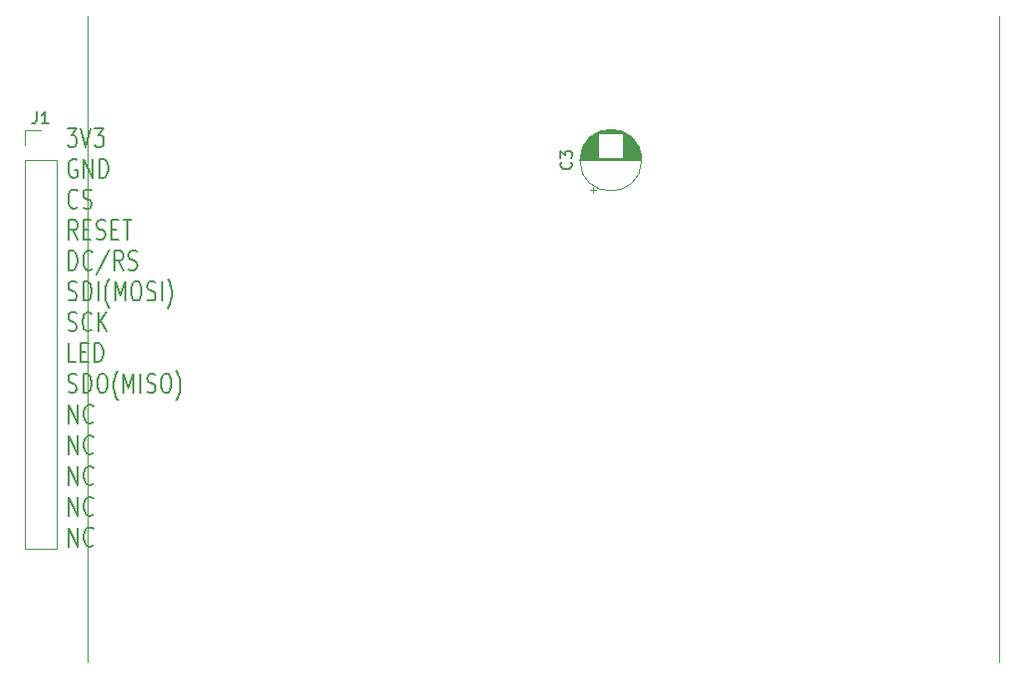
<source format=gbr>
%TF.GenerationSoftware,KiCad,Pcbnew,7.0.7-7.0.7~ubuntu22.04.1*%
%TF.CreationDate,2023-09-11T12:59:47+09:00*%
%TF.ProjectId,3_2LCD,335f324c-4344-42e6-9b69-6361645f7063,rev?*%
%TF.SameCoordinates,Original*%
%TF.FileFunction,Legend,Top*%
%TF.FilePolarity,Positive*%
%FSLAX46Y46*%
G04 Gerber Fmt 4.6, Leading zero omitted, Abs format (unit mm)*
G04 Created by KiCad (PCBNEW 7.0.7-7.0.7~ubuntu22.04.1) date 2023-09-11 12:59:47*
%MOMM*%
%LPD*%
G01*
G04 APERTURE LIST*
%ADD10C,0.120000*%
%ADD11C,0.150000*%
G04 APERTURE END LIST*
D10*
X209500000Y-99500000D02*
X209500000Y-154500000D01*
X132000000Y-99500000D02*
X132000000Y-154500000D01*
D11*
X130280112Y-109006729D02*
X131066303Y-109006729D01*
X131066303Y-109006729D02*
X130642969Y-109626005D01*
X130642969Y-109626005D02*
X130824398Y-109626005D01*
X130824398Y-109626005D02*
X130945350Y-109703415D01*
X130945350Y-109703415D02*
X131005826Y-109780824D01*
X131005826Y-109780824D02*
X131066303Y-109935643D01*
X131066303Y-109935643D02*
X131066303Y-110322691D01*
X131066303Y-110322691D02*
X131005826Y-110477510D01*
X131005826Y-110477510D02*
X130945350Y-110554920D01*
X130945350Y-110554920D02*
X130824398Y-110632329D01*
X130824398Y-110632329D02*
X130461541Y-110632329D01*
X130461541Y-110632329D02*
X130340588Y-110554920D01*
X130340588Y-110554920D02*
X130280112Y-110477510D01*
X131429160Y-109006729D02*
X131852493Y-110632329D01*
X131852493Y-110632329D02*
X132275827Y-109006729D01*
X132578207Y-109006729D02*
X133364398Y-109006729D01*
X133364398Y-109006729D02*
X132941064Y-109626005D01*
X132941064Y-109626005D02*
X133122493Y-109626005D01*
X133122493Y-109626005D02*
X133243445Y-109703415D01*
X133243445Y-109703415D02*
X133303921Y-109780824D01*
X133303921Y-109780824D02*
X133364398Y-109935643D01*
X133364398Y-109935643D02*
X133364398Y-110322691D01*
X133364398Y-110322691D02*
X133303921Y-110477510D01*
X133303921Y-110477510D02*
X133243445Y-110554920D01*
X133243445Y-110554920D02*
X133122493Y-110632329D01*
X133122493Y-110632329D02*
X132759636Y-110632329D01*
X132759636Y-110632329D02*
X132638683Y-110554920D01*
X132638683Y-110554920D02*
X132578207Y-110477510D01*
X131066303Y-111701355D02*
X130945350Y-111623945D01*
X130945350Y-111623945D02*
X130763922Y-111623945D01*
X130763922Y-111623945D02*
X130582493Y-111701355D01*
X130582493Y-111701355D02*
X130461541Y-111856174D01*
X130461541Y-111856174D02*
X130401064Y-112010993D01*
X130401064Y-112010993D02*
X130340588Y-112320631D01*
X130340588Y-112320631D02*
X130340588Y-112552859D01*
X130340588Y-112552859D02*
X130401064Y-112862497D01*
X130401064Y-112862497D02*
X130461541Y-113017316D01*
X130461541Y-113017316D02*
X130582493Y-113172136D01*
X130582493Y-113172136D02*
X130763922Y-113249545D01*
X130763922Y-113249545D02*
X130884874Y-113249545D01*
X130884874Y-113249545D02*
X131066303Y-113172136D01*
X131066303Y-113172136D02*
X131126779Y-113094726D01*
X131126779Y-113094726D02*
X131126779Y-112552859D01*
X131126779Y-112552859D02*
X130884874Y-112552859D01*
X131671064Y-113249545D02*
X131671064Y-111623945D01*
X131671064Y-111623945D02*
X132396779Y-113249545D01*
X132396779Y-113249545D02*
X132396779Y-111623945D01*
X133001540Y-113249545D02*
X133001540Y-111623945D01*
X133001540Y-111623945D02*
X133303921Y-111623945D01*
X133303921Y-111623945D02*
X133485350Y-111701355D01*
X133485350Y-111701355D02*
X133606302Y-111856174D01*
X133606302Y-111856174D02*
X133666779Y-112010993D01*
X133666779Y-112010993D02*
X133727255Y-112320631D01*
X133727255Y-112320631D02*
X133727255Y-112552859D01*
X133727255Y-112552859D02*
X133666779Y-112862497D01*
X133666779Y-112862497D02*
X133606302Y-113017316D01*
X133606302Y-113017316D02*
X133485350Y-113172136D01*
X133485350Y-113172136D02*
X133303921Y-113249545D01*
X133303921Y-113249545D02*
X133001540Y-113249545D01*
X131126779Y-115711942D02*
X131066303Y-115789352D01*
X131066303Y-115789352D02*
X130884874Y-115866761D01*
X130884874Y-115866761D02*
X130763922Y-115866761D01*
X130763922Y-115866761D02*
X130582493Y-115789352D01*
X130582493Y-115789352D02*
X130461541Y-115634532D01*
X130461541Y-115634532D02*
X130401064Y-115479713D01*
X130401064Y-115479713D02*
X130340588Y-115170075D01*
X130340588Y-115170075D02*
X130340588Y-114937847D01*
X130340588Y-114937847D02*
X130401064Y-114628209D01*
X130401064Y-114628209D02*
X130461541Y-114473390D01*
X130461541Y-114473390D02*
X130582493Y-114318571D01*
X130582493Y-114318571D02*
X130763922Y-114241161D01*
X130763922Y-114241161D02*
X130884874Y-114241161D01*
X130884874Y-114241161D02*
X131066303Y-114318571D01*
X131066303Y-114318571D02*
X131126779Y-114395980D01*
X131610588Y-115789352D02*
X131792017Y-115866761D01*
X131792017Y-115866761D02*
X132094398Y-115866761D01*
X132094398Y-115866761D02*
X132215350Y-115789352D01*
X132215350Y-115789352D02*
X132275826Y-115711942D01*
X132275826Y-115711942D02*
X132336303Y-115557123D01*
X132336303Y-115557123D02*
X132336303Y-115402304D01*
X132336303Y-115402304D02*
X132275826Y-115247485D01*
X132275826Y-115247485D02*
X132215350Y-115170075D01*
X132215350Y-115170075D02*
X132094398Y-115092666D01*
X132094398Y-115092666D02*
X131852493Y-115015256D01*
X131852493Y-115015256D02*
X131731541Y-114937847D01*
X131731541Y-114937847D02*
X131671064Y-114860437D01*
X131671064Y-114860437D02*
X131610588Y-114705618D01*
X131610588Y-114705618D02*
X131610588Y-114550799D01*
X131610588Y-114550799D02*
X131671064Y-114395980D01*
X131671064Y-114395980D02*
X131731541Y-114318571D01*
X131731541Y-114318571D02*
X131852493Y-114241161D01*
X131852493Y-114241161D02*
X132154874Y-114241161D01*
X132154874Y-114241161D02*
X132336303Y-114318571D01*
X131126779Y-118483977D02*
X130703445Y-117709882D01*
X130401064Y-118483977D02*
X130401064Y-116858377D01*
X130401064Y-116858377D02*
X130884874Y-116858377D01*
X130884874Y-116858377D02*
X131005826Y-116935787D01*
X131005826Y-116935787D02*
X131066303Y-117013196D01*
X131066303Y-117013196D02*
X131126779Y-117168015D01*
X131126779Y-117168015D02*
X131126779Y-117400244D01*
X131126779Y-117400244D02*
X131066303Y-117555063D01*
X131066303Y-117555063D02*
X131005826Y-117632472D01*
X131005826Y-117632472D02*
X130884874Y-117709882D01*
X130884874Y-117709882D02*
X130401064Y-117709882D01*
X131671064Y-117632472D02*
X132094398Y-117632472D01*
X132275826Y-118483977D02*
X131671064Y-118483977D01*
X131671064Y-118483977D02*
X131671064Y-116858377D01*
X131671064Y-116858377D02*
X132275826Y-116858377D01*
X132759636Y-118406568D02*
X132941065Y-118483977D01*
X132941065Y-118483977D02*
X133243446Y-118483977D01*
X133243446Y-118483977D02*
X133364398Y-118406568D01*
X133364398Y-118406568D02*
X133424874Y-118329158D01*
X133424874Y-118329158D02*
X133485351Y-118174339D01*
X133485351Y-118174339D02*
X133485351Y-118019520D01*
X133485351Y-118019520D02*
X133424874Y-117864701D01*
X133424874Y-117864701D02*
X133364398Y-117787291D01*
X133364398Y-117787291D02*
X133243446Y-117709882D01*
X133243446Y-117709882D02*
X133001541Y-117632472D01*
X133001541Y-117632472D02*
X132880589Y-117555063D01*
X132880589Y-117555063D02*
X132820112Y-117477653D01*
X132820112Y-117477653D02*
X132759636Y-117322834D01*
X132759636Y-117322834D02*
X132759636Y-117168015D01*
X132759636Y-117168015D02*
X132820112Y-117013196D01*
X132820112Y-117013196D02*
X132880589Y-116935787D01*
X132880589Y-116935787D02*
X133001541Y-116858377D01*
X133001541Y-116858377D02*
X133303922Y-116858377D01*
X133303922Y-116858377D02*
X133485351Y-116935787D01*
X134029636Y-117632472D02*
X134452970Y-117632472D01*
X134634398Y-118483977D02*
X134029636Y-118483977D01*
X134029636Y-118483977D02*
X134029636Y-116858377D01*
X134029636Y-116858377D02*
X134634398Y-116858377D01*
X134997256Y-116858377D02*
X135722970Y-116858377D01*
X135360113Y-118483977D02*
X135360113Y-116858377D01*
X130401064Y-121101193D02*
X130401064Y-119475593D01*
X130401064Y-119475593D02*
X130703445Y-119475593D01*
X130703445Y-119475593D02*
X130884874Y-119553003D01*
X130884874Y-119553003D02*
X131005826Y-119707822D01*
X131005826Y-119707822D02*
X131066303Y-119862641D01*
X131066303Y-119862641D02*
X131126779Y-120172279D01*
X131126779Y-120172279D02*
X131126779Y-120404507D01*
X131126779Y-120404507D02*
X131066303Y-120714145D01*
X131066303Y-120714145D02*
X131005826Y-120868964D01*
X131005826Y-120868964D02*
X130884874Y-121023784D01*
X130884874Y-121023784D02*
X130703445Y-121101193D01*
X130703445Y-121101193D02*
X130401064Y-121101193D01*
X132396779Y-120946374D02*
X132336303Y-121023784D01*
X132336303Y-121023784D02*
X132154874Y-121101193D01*
X132154874Y-121101193D02*
X132033922Y-121101193D01*
X132033922Y-121101193D02*
X131852493Y-121023784D01*
X131852493Y-121023784D02*
X131731541Y-120868964D01*
X131731541Y-120868964D02*
X131671064Y-120714145D01*
X131671064Y-120714145D02*
X131610588Y-120404507D01*
X131610588Y-120404507D02*
X131610588Y-120172279D01*
X131610588Y-120172279D02*
X131671064Y-119862641D01*
X131671064Y-119862641D02*
X131731541Y-119707822D01*
X131731541Y-119707822D02*
X131852493Y-119553003D01*
X131852493Y-119553003D02*
X132033922Y-119475593D01*
X132033922Y-119475593D02*
X132154874Y-119475593D01*
X132154874Y-119475593D02*
X132336303Y-119553003D01*
X132336303Y-119553003D02*
X132396779Y-119630412D01*
X133848207Y-119398184D02*
X132759636Y-121488241D01*
X134997255Y-121101193D02*
X134573921Y-120327098D01*
X134271540Y-121101193D02*
X134271540Y-119475593D01*
X134271540Y-119475593D02*
X134755350Y-119475593D01*
X134755350Y-119475593D02*
X134876302Y-119553003D01*
X134876302Y-119553003D02*
X134936779Y-119630412D01*
X134936779Y-119630412D02*
X134997255Y-119785231D01*
X134997255Y-119785231D02*
X134997255Y-120017460D01*
X134997255Y-120017460D02*
X134936779Y-120172279D01*
X134936779Y-120172279D02*
X134876302Y-120249688D01*
X134876302Y-120249688D02*
X134755350Y-120327098D01*
X134755350Y-120327098D02*
X134271540Y-120327098D01*
X135481064Y-121023784D02*
X135662493Y-121101193D01*
X135662493Y-121101193D02*
X135964874Y-121101193D01*
X135964874Y-121101193D02*
X136085826Y-121023784D01*
X136085826Y-121023784D02*
X136146302Y-120946374D01*
X136146302Y-120946374D02*
X136206779Y-120791555D01*
X136206779Y-120791555D02*
X136206779Y-120636736D01*
X136206779Y-120636736D02*
X136146302Y-120481917D01*
X136146302Y-120481917D02*
X136085826Y-120404507D01*
X136085826Y-120404507D02*
X135964874Y-120327098D01*
X135964874Y-120327098D02*
X135722969Y-120249688D01*
X135722969Y-120249688D02*
X135602017Y-120172279D01*
X135602017Y-120172279D02*
X135541540Y-120094869D01*
X135541540Y-120094869D02*
X135481064Y-119940050D01*
X135481064Y-119940050D02*
X135481064Y-119785231D01*
X135481064Y-119785231D02*
X135541540Y-119630412D01*
X135541540Y-119630412D02*
X135602017Y-119553003D01*
X135602017Y-119553003D02*
X135722969Y-119475593D01*
X135722969Y-119475593D02*
X136025350Y-119475593D01*
X136025350Y-119475593D02*
X136206779Y-119553003D01*
X130340588Y-123641000D02*
X130522017Y-123718409D01*
X130522017Y-123718409D02*
X130824398Y-123718409D01*
X130824398Y-123718409D02*
X130945350Y-123641000D01*
X130945350Y-123641000D02*
X131005826Y-123563590D01*
X131005826Y-123563590D02*
X131066303Y-123408771D01*
X131066303Y-123408771D02*
X131066303Y-123253952D01*
X131066303Y-123253952D02*
X131005826Y-123099133D01*
X131005826Y-123099133D02*
X130945350Y-123021723D01*
X130945350Y-123021723D02*
X130824398Y-122944314D01*
X130824398Y-122944314D02*
X130582493Y-122866904D01*
X130582493Y-122866904D02*
X130461541Y-122789495D01*
X130461541Y-122789495D02*
X130401064Y-122712085D01*
X130401064Y-122712085D02*
X130340588Y-122557266D01*
X130340588Y-122557266D02*
X130340588Y-122402447D01*
X130340588Y-122402447D02*
X130401064Y-122247628D01*
X130401064Y-122247628D02*
X130461541Y-122170219D01*
X130461541Y-122170219D02*
X130582493Y-122092809D01*
X130582493Y-122092809D02*
X130884874Y-122092809D01*
X130884874Y-122092809D02*
X131066303Y-122170219D01*
X131610588Y-123718409D02*
X131610588Y-122092809D01*
X131610588Y-122092809D02*
X131912969Y-122092809D01*
X131912969Y-122092809D02*
X132094398Y-122170219D01*
X132094398Y-122170219D02*
X132215350Y-122325038D01*
X132215350Y-122325038D02*
X132275827Y-122479857D01*
X132275827Y-122479857D02*
X132336303Y-122789495D01*
X132336303Y-122789495D02*
X132336303Y-123021723D01*
X132336303Y-123021723D02*
X132275827Y-123331361D01*
X132275827Y-123331361D02*
X132215350Y-123486180D01*
X132215350Y-123486180D02*
X132094398Y-123641000D01*
X132094398Y-123641000D02*
X131912969Y-123718409D01*
X131912969Y-123718409D02*
X131610588Y-123718409D01*
X132880588Y-123718409D02*
X132880588Y-122092809D01*
X133848208Y-124337685D02*
X133787731Y-124260276D01*
X133787731Y-124260276D02*
X133666779Y-124028047D01*
X133666779Y-124028047D02*
X133606303Y-123873228D01*
X133606303Y-123873228D02*
X133545827Y-123641000D01*
X133545827Y-123641000D02*
X133485350Y-123253952D01*
X133485350Y-123253952D02*
X133485350Y-122944314D01*
X133485350Y-122944314D02*
X133545827Y-122557266D01*
X133545827Y-122557266D02*
X133606303Y-122325038D01*
X133606303Y-122325038D02*
X133666779Y-122170219D01*
X133666779Y-122170219D02*
X133787731Y-121937990D01*
X133787731Y-121937990D02*
X133848208Y-121860580D01*
X134332017Y-123718409D02*
X134332017Y-122092809D01*
X134332017Y-122092809D02*
X134755351Y-123253952D01*
X134755351Y-123253952D02*
X135178684Y-122092809D01*
X135178684Y-122092809D02*
X135178684Y-123718409D01*
X136025351Y-122092809D02*
X136267256Y-122092809D01*
X136267256Y-122092809D02*
X136388208Y-122170219D01*
X136388208Y-122170219D02*
X136509161Y-122325038D01*
X136509161Y-122325038D02*
X136569637Y-122634676D01*
X136569637Y-122634676D02*
X136569637Y-123176542D01*
X136569637Y-123176542D02*
X136509161Y-123486180D01*
X136509161Y-123486180D02*
X136388208Y-123641000D01*
X136388208Y-123641000D02*
X136267256Y-123718409D01*
X136267256Y-123718409D02*
X136025351Y-123718409D01*
X136025351Y-123718409D02*
X135904399Y-123641000D01*
X135904399Y-123641000D02*
X135783446Y-123486180D01*
X135783446Y-123486180D02*
X135722970Y-123176542D01*
X135722970Y-123176542D02*
X135722970Y-122634676D01*
X135722970Y-122634676D02*
X135783446Y-122325038D01*
X135783446Y-122325038D02*
X135904399Y-122170219D01*
X135904399Y-122170219D02*
X136025351Y-122092809D01*
X137053446Y-123641000D02*
X137234875Y-123718409D01*
X137234875Y-123718409D02*
X137537256Y-123718409D01*
X137537256Y-123718409D02*
X137658208Y-123641000D01*
X137658208Y-123641000D02*
X137718684Y-123563590D01*
X137718684Y-123563590D02*
X137779161Y-123408771D01*
X137779161Y-123408771D02*
X137779161Y-123253952D01*
X137779161Y-123253952D02*
X137718684Y-123099133D01*
X137718684Y-123099133D02*
X137658208Y-123021723D01*
X137658208Y-123021723D02*
X137537256Y-122944314D01*
X137537256Y-122944314D02*
X137295351Y-122866904D01*
X137295351Y-122866904D02*
X137174399Y-122789495D01*
X137174399Y-122789495D02*
X137113922Y-122712085D01*
X137113922Y-122712085D02*
X137053446Y-122557266D01*
X137053446Y-122557266D02*
X137053446Y-122402447D01*
X137053446Y-122402447D02*
X137113922Y-122247628D01*
X137113922Y-122247628D02*
X137174399Y-122170219D01*
X137174399Y-122170219D02*
X137295351Y-122092809D01*
X137295351Y-122092809D02*
X137597732Y-122092809D01*
X137597732Y-122092809D02*
X137779161Y-122170219D01*
X138323446Y-123718409D02*
X138323446Y-122092809D01*
X138807256Y-124337685D02*
X138867732Y-124260276D01*
X138867732Y-124260276D02*
X138988685Y-124028047D01*
X138988685Y-124028047D02*
X139049161Y-123873228D01*
X139049161Y-123873228D02*
X139109637Y-123641000D01*
X139109637Y-123641000D02*
X139170113Y-123253952D01*
X139170113Y-123253952D02*
X139170113Y-122944314D01*
X139170113Y-122944314D02*
X139109637Y-122557266D01*
X139109637Y-122557266D02*
X139049161Y-122325038D01*
X139049161Y-122325038D02*
X138988685Y-122170219D01*
X138988685Y-122170219D02*
X138867732Y-121937990D01*
X138867732Y-121937990D02*
X138807256Y-121860580D01*
X130340588Y-126258216D02*
X130522017Y-126335625D01*
X130522017Y-126335625D02*
X130824398Y-126335625D01*
X130824398Y-126335625D02*
X130945350Y-126258216D01*
X130945350Y-126258216D02*
X131005826Y-126180806D01*
X131005826Y-126180806D02*
X131066303Y-126025987D01*
X131066303Y-126025987D02*
X131066303Y-125871168D01*
X131066303Y-125871168D02*
X131005826Y-125716349D01*
X131005826Y-125716349D02*
X130945350Y-125638939D01*
X130945350Y-125638939D02*
X130824398Y-125561530D01*
X130824398Y-125561530D02*
X130582493Y-125484120D01*
X130582493Y-125484120D02*
X130461541Y-125406711D01*
X130461541Y-125406711D02*
X130401064Y-125329301D01*
X130401064Y-125329301D02*
X130340588Y-125174482D01*
X130340588Y-125174482D02*
X130340588Y-125019663D01*
X130340588Y-125019663D02*
X130401064Y-124864844D01*
X130401064Y-124864844D02*
X130461541Y-124787435D01*
X130461541Y-124787435D02*
X130582493Y-124710025D01*
X130582493Y-124710025D02*
X130884874Y-124710025D01*
X130884874Y-124710025D02*
X131066303Y-124787435D01*
X132336303Y-126180806D02*
X132275827Y-126258216D01*
X132275827Y-126258216D02*
X132094398Y-126335625D01*
X132094398Y-126335625D02*
X131973446Y-126335625D01*
X131973446Y-126335625D02*
X131792017Y-126258216D01*
X131792017Y-126258216D02*
X131671065Y-126103396D01*
X131671065Y-126103396D02*
X131610588Y-125948577D01*
X131610588Y-125948577D02*
X131550112Y-125638939D01*
X131550112Y-125638939D02*
X131550112Y-125406711D01*
X131550112Y-125406711D02*
X131610588Y-125097073D01*
X131610588Y-125097073D02*
X131671065Y-124942254D01*
X131671065Y-124942254D02*
X131792017Y-124787435D01*
X131792017Y-124787435D02*
X131973446Y-124710025D01*
X131973446Y-124710025D02*
X132094398Y-124710025D01*
X132094398Y-124710025D02*
X132275827Y-124787435D01*
X132275827Y-124787435D02*
X132336303Y-124864844D01*
X132880588Y-126335625D02*
X132880588Y-124710025D01*
X133606303Y-126335625D02*
X133062017Y-125406711D01*
X133606303Y-124710025D02*
X132880588Y-125638939D01*
X131005826Y-128952841D02*
X130401064Y-128952841D01*
X130401064Y-128952841D02*
X130401064Y-127327241D01*
X131429159Y-128101336D02*
X131852493Y-128101336D01*
X132033921Y-128952841D02*
X131429159Y-128952841D01*
X131429159Y-128952841D02*
X131429159Y-127327241D01*
X131429159Y-127327241D02*
X132033921Y-127327241D01*
X132578207Y-128952841D02*
X132578207Y-127327241D01*
X132578207Y-127327241D02*
X132880588Y-127327241D01*
X132880588Y-127327241D02*
X133062017Y-127404651D01*
X133062017Y-127404651D02*
X133182969Y-127559470D01*
X133182969Y-127559470D02*
X133243446Y-127714289D01*
X133243446Y-127714289D02*
X133303922Y-128023927D01*
X133303922Y-128023927D02*
X133303922Y-128256155D01*
X133303922Y-128256155D02*
X133243446Y-128565793D01*
X133243446Y-128565793D02*
X133182969Y-128720612D01*
X133182969Y-128720612D02*
X133062017Y-128875432D01*
X133062017Y-128875432D02*
X132880588Y-128952841D01*
X132880588Y-128952841D02*
X132578207Y-128952841D01*
X130340588Y-131492648D02*
X130522017Y-131570057D01*
X130522017Y-131570057D02*
X130824398Y-131570057D01*
X130824398Y-131570057D02*
X130945350Y-131492648D01*
X130945350Y-131492648D02*
X131005826Y-131415238D01*
X131005826Y-131415238D02*
X131066303Y-131260419D01*
X131066303Y-131260419D02*
X131066303Y-131105600D01*
X131066303Y-131105600D02*
X131005826Y-130950781D01*
X131005826Y-130950781D02*
X130945350Y-130873371D01*
X130945350Y-130873371D02*
X130824398Y-130795962D01*
X130824398Y-130795962D02*
X130582493Y-130718552D01*
X130582493Y-130718552D02*
X130461541Y-130641143D01*
X130461541Y-130641143D02*
X130401064Y-130563733D01*
X130401064Y-130563733D02*
X130340588Y-130408914D01*
X130340588Y-130408914D02*
X130340588Y-130254095D01*
X130340588Y-130254095D02*
X130401064Y-130099276D01*
X130401064Y-130099276D02*
X130461541Y-130021867D01*
X130461541Y-130021867D02*
X130582493Y-129944457D01*
X130582493Y-129944457D02*
X130884874Y-129944457D01*
X130884874Y-129944457D02*
X131066303Y-130021867D01*
X131610588Y-131570057D02*
X131610588Y-129944457D01*
X131610588Y-129944457D02*
X131912969Y-129944457D01*
X131912969Y-129944457D02*
X132094398Y-130021867D01*
X132094398Y-130021867D02*
X132215350Y-130176686D01*
X132215350Y-130176686D02*
X132275827Y-130331505D01*
X132275827Y-130331505D02*
X132336303Y-130641143D01*
X132336303Y-130641143D02*
X132336303Y-130873371D01*
X132336303Y-130873371D02*
X132275827Y-131183009D01*
X132275827Y-131183009D02*
X132215350Y-131337828D01*
X132215350Y-131337828D02*
X132094398Y-131492648D01*
X132094398Y-131492648D02*
X131912969Y-131570057D01*
X131912969Y-131570057D02*
X131610588Y-131570057D01*
X133122493Y-129944457D02*
X133364398Y-129944457D01*
X133364398Y-129944457D02*
X133485350Y-130021867D01*
X133485350Y-130021867D02*
X133606303Y-130176686D01*
X133606303Y-130176686D02*
X133666779Y-130486324D01*
X133666779Y-130486324D02*
X133666779Y-131028190D01*
X133666779Y-131028190D02*
X133606303Y-131337828D01*
X133606303Y-131337828D02*
X133485350Y-131492648D01*
X133485350Y-131492648D02*
X133364398Y-131570057D01*
X133364398Y-131570057D02*
X133122493Y-131570057D01*
X133122493Y-131570057D02*
X133001541Y-131492648D01*
X133001541Y-131492648D02*
X132880588Y-131337828D01*
X132880588Y-131337828D02*
X132820112Y-131028190D01*
X132820112Y-131028190D02*
X132820112Y-130486324D01*
X132820112Y-130486324D02*
X132880588Y-130176686D01*
X132880588Y-130176686D02*
X133001541Y-130021867D01*
X133001541Y-130021867D02*
X133122493Y-129944457D01*
X134573922Y-132189333D02*
X134513445Y-132111924D01*
X134513445Y-132111924D02*
X134392493Y-131879695D01*
X134392493Y-131879695D02*
X134332017Y-131724876D01*
X134332017Y-131724876D02*
X134271541Y-131492648D01*
X134271541Y-131492648D02*
X134211064Y-131105600D01*
X134211064Y-131105600D02*
X134211064Y-130795962D01*
X134211064Y-130795962D02*
X134271541Y-130408914D01*
X134271541Y-130408914D02*
X134332017Y-130176686D01*
X134332017Y-130176686D02*
X134392493Y-130021867D01*
X134392493Y-130021867D02*
X134513445Y-129789638D01*
X134513445Y-129789638D02*
X134573922Y-129712228D01*
X135057731Y-131570057D02*
X135057731Y-129944457D01*
X135057731Y-129944457D02*
X135481065Y-131105600D01*
X135481065Y-131105600D02*
X135904398Y-129944457D01*
X135904398Y-129944457D02*
X135904398Y-131570057D01*
X136509160Y-131570057D02*
X136509160Y-129944457D01*
X137053446Y-131492648D02*
X137234875Y-131570057D01*
X137234875Y-131570057D02*
X137537256Y-131570057D01*
X137537256Y-131570057D02*
X137658208Y-131492648D01*
X137658208Y-131492648D02*
X137718684Y-131415238D01*
X137718684Y-131415238D02*
X137779161Y-131260419D01*
X137779161Y-131260419D02*
X137779161Y-131105600D01*
X137779161Y-131105600D02*
X137718684Y-130950781D01*
X137718684Y-130950781D02*
X137658208Y-130873371D01*
X137658208Y-130873371D02*
X137537256Y-130795962D01*
X137537256Y-130795962D02*
X137295351Y-130718552D01*
X137295351Y-130718552D02*
X137174399Y-130641143D01*
X137174399Y-130641143D02*
X137113922Y-130563733D01*
X137113922Y-130563733D02*
X137053446Y-130408914D01*
X137053446Y-130408914D02*
X137053446Y-130254095D01*
X137053446Y-130254095D02*
X137113922Y-130099276D01*
X137113922Y-130099276D02*
X137174399Y-130021867D01*
X137174399Y-130021867D02*
X137295351Y-129944457D01*
X137295351Y-129944457D02*
X137597732Y-129944457D01*
X137597732Y-129944457D02*
X137779161Y-130021867D01*
X138565351Y-129944457D02*
X138807256Y-129944457D01*
X138807256Y-129944457D02*
X138928208Y-130021867D01*
X138928208Y-130021867D02*
X139049161Y-130176686D01*
X139049161Y-130176686D02*
X139109637Y-130486324D01*
X139109637Y-130486324D02*
X139109637Y-131028190D01*
X139109637Y-131028190D02*
X139049161Y-131337828D01*
X139049161Y-131337828D02*
X138928208Y-131492648D01*
X138928208Y-131492648D02*
X138807256Y-131570057D01*
X138807256Y-131570057D02*
X138565351Y-131570057D01*
X138565351Y-131570057D02*
X138444399Y-131492648D01*
X138444399Y-131492648D02*
X138323446Y-131337828D01*
X138323446Y-131337828D02*
X138262970Y-131028190D01*
X138262970Y-131028190D02*
X138262970Y-130486324D01*
X138262970Y-130486324D02*
X138323446Y-130176686D01*
X138323446Y-130176686D02*
X138444399Y-130021867D01*
X138444399Y-130021867D02*
X138565351Y-129944457D01*
X139532970Y-132189333D02*
X139593446Y-132111924D01*
X139593446Y-132111924D02*
X139714399Y-131879695D01*
X139714399Y-131879695D02*
X139774875Y-131724876D01*
X139774875Y-131724876D02*
X139835351Y-131492648D01*
X139835351Y-131492648D02*
X139895827Y-131105600D01*
X139895827Y-131105600D02*
X139895827Y-130795962D01*
X139895827Y-130795962D02*
X139835351Y-130408914D01*
X139835351Y-130408914D02*
X139774875Y-130176686D01*
X139774875Y-130176686D02*
X139714399Y-130021867D01*
X139714399Y-130021867D02*
X139593446Y-129789638D01*
X139593446Y-129789638D02*
X139532970Y-129712228D01*
X130401064Y-134187273D02*
X130401064Y-132561673D01*
X130401064Y-132561673D02*
X131126779Y-134187273D01*
X131126779Y-134187273D02*
X131126779Y-132561673D01*
X132457255Y-134032454D02*
X132396779Y-134109864D01*
X132396779Y-134109864D02*
X132215350Y-134187273D01*
X132215350Y-134187273D02*
X132094398Y-134187273D01*
X132094398Y-134187273D02*
X131912969Y-134109864D01*
X131912969Y-134109864D02*
X131792017Y-133955044D01*
X131792017Y-133955044D02*
X131731540Y-133800225D01*
X131731540Y-133800225D02*
X131671064Y-133490587D01*
X131671064Y-133490587D02*
X131671064Y-133258359D01*
X131671064Y-133258359D02*
X131731540Y-132948721D01*
X131731540Y-132948721D02*
X131792017Y-132793902D01*
X131792017Y-132793902D02*
X131912969Y-132639083D01*
X131912969Y-132639083D02*
X132094398Y-132561673D01*
X132094398Y-132561673D02*
X132215350Y-132561673D01*
X132215350Y-132561673D02*
X132396779Y-132639083D01*
X132396779Y-132639083D02*
X132457255Y-132716492D01*
X130401064Y-136804489D02*
X130401064Y-135178889D01*
X130401064Y-135178889D02*
X131126779Y-136804489D01*
X131126779Y-136804489D02*
X131126779Y-135178889D01*
X132457255Y-136649670D02*
X132396779Y-136727080D01*
X132396779Y-136727080D02*
X132215350Y-136804489D01*
X132215350Y-136804489D02*
X132094398Y-136804489D01*
X132094398Y-136804489D02*
X131912969Y-136727080D01*
X131912969Y-136727080D02*
X131792017Y-136572260D01*
X131792017Y-136572260D02*
X131731540Y-136417441D01*
X131731540Y-136417441D02*
X131671064Y-136107803D01*
X131671064Y-136107803D02*
X131671064Y-135875575D01*
X131671064Y-135875575D02*
X131731540Y-135565937D01*
X131731540Y-135565937D02*
X131792017Y-135411118D01*
X131792017Y-135411118D02*
X131912969Y-135256299D01*
X131912969Y-135256299D02*
X132094398Y-135178889D01*
X132094398Y-135178889D02*
X132215350Y-135178889D01*
X132215350Y-135178889D02*
X132396779Y-135256299D01*
X132396779Y-135256299D02*
X132457255Y-135333708D01*
X130401064Y-139421705D02*
X130401064Y-137796105D01*
X130401064Y-137796105D02*
X131126779Y-139421705D01*
X131126779Y-139421705D02*
X131126779Y-137796105D01*
X132457255Y-139266886D02*
X132396779Y-139344296D01*
X132396779Y-139344296D02*
X132215350Y-139421705D01*
X132215350Y-139421705D02*
X132094398Y-139421705D01*
X132094398Y-139421705D02*
X131912969Y-139344296D01*
X131912969Y-139344296D02*
X131792017Y-139189476D01*
X131792017Y-139189476D02*
X131731540Y-139034657D01*
X131731540Y-139034657D02*
X131671064Y-138725019D01*
X131671064Y-138725019D02*
X131671064Y-138492791D01*
X131671064Y-138492791D02*
X131731540Y-138183153D01*
X131731540Y-138183153D02*
X131792017Y-138028334D01*
X131792017Y-138028334D02*
X131912969Y-137873515D01*
X131912969Y-137873515D02*
X132094398Y-137796105D01*
X132094398Y-137796105D02*
X132215350Y-137796105D01*
X132215350Y-137796105D02*
X132396779Y-137873515D01*
X132396779Y-137873515D02*
X132457255Y-137950924D01*
X130401064Y-142038921D02*
X130401064Y-140413321D01*
X130401064Y-140413321D02*
X131126779Y-142038921D01*
X131126779Y-142038921D02*
X131126779Y-140413321D01*
X132457255Y-141884102D02*
X132396779Y-141961512D01*
X132396779Y-141961512D02*
X132215350Y-142038921D01*
X132215350Y-142038921D02*
X132094398Y-142038921D01*
X132094398Y-142038921D02*
X131912969Y-141961512D01*
X131912969Y-141961512D02*
X131792017Y-141806692D01*
X131792017Y-141806692D02*
X131731540Y-141651873D01*
X131731540Y-141651873D02*
X131671064Y-141342235D01*
X131671064Y-141342235D02*
X131671064Y-141110007D01*
X131671064Y-141110007D02*
X131731540Y-140800369D01*
X131731540Y-140800369D02*
X131792017Y-140645550D01*
X131792017Y-140645550D02*
X131912969Y-140490731D01*
X131912969Y-140490731D02*
X132094398Y-140413321D01*
X132094398Y-140413321D02*
X132215350Y-140413321D01*
X132215350Y-140413321D02*
X132396779Y-140490731D01*
X132396779Y-140490731D02*
X132457255Y-140568140D01*
X130401064Y-144656137D02*
X130401064Y-143030537D01*
X130401064Y-143030537D02*
X131126779Y-144656137D01*
X131126779Y-144656137D02*
X131126779Y-143030537D01*
X132457255Y-144501318D02*
X132396779Y-144578728D01*
X132396779Y-144578728D02*
X132215350Y-144656137D01*
X132215350Y-144656137D02*
X132094398Y-144656137D01*
X132094398Y-144656137D02*
X131912969Y-144578728D01*
X131912969Y-144578728D02*
X131792017Y-144423908D01*
X131792017Y-144423908D02*
X131731540Y-144269089D01*
X131731540Y-144269089D02*
X131671064Y-143959451D01*
X131671064Y-143959451D02*
X131671064Y-143727223D01*
X131671064Y-143727223D02*
X131731540Y-143417585D01*
X131731540Y-143417585D02*
X131792017Y-143262766D01*
X131792017Y-143262766D02*
X131912969Y-143107947D01*
X131912969Y-143107947D02*
X132094398Y-143030537D01*
X132094398Y-143030537D02*
X132215350Y-143030537D01*
X132215350Y-143030537D02*
X132396779Y-143107947D01*
X132396779Y-143107947D02*
X132457255Y-143185356D01*
X173109580Y-111916666D02*
X173157200Y-111964285D01*
X173157200Y-111964285D02*
X173204819Y-112107142D01*
X173204819Y-112107142D02*
X173204819Y-112202380D01*
X173204819Y-112202380D02*
X173157200Y-112345237D01*
X173157200Y-112345237D02*
X173061961Y-112440475D01*
X173061961Y-112440475D02*
X172966723Y-112488094D01*
X172966723Y-112488094D02*
X172776247Y-112535713D01*
X172776247Y-112535713D02*
X172633390Y-112535713D01*
X172633390Y-112535713D02*
X172442914Y-112488094D01*
X172442914Y-112488094D02*
X172347676Y-112440475D01*
X172347676Y-112440475D02*
X172252438Y-112345237D01*
X172252438Y-112345237D02*
X172204819Y-112202380D01*
X172204819Y-112202380D02*
X172204819Y-112107142D01*
X172204819Y-112107142D02*
X172252438Y-111964285D01*
X172252438Y-111964285D02*
X172300057Y-111916666D01*
X172204819Y-111583332D02*
X172204819Y-110964285D01*
X172204819Y-110964285D02*
X172585771Y-111297618D01*
X172585771Y-111297618D02*
X172585771Y-111154761D01*
X172585771Y-111154761D02*
X172633390Y-111059523D01*
X172633390Y-111059523D02*
X172681009Y-111011904D01*
X172681009Y-111011904D02*
X172776247Y-110964285D01*
X172776247Y-110964285D02*
X173014342Y-110964285D01*
X173014342Y-110964285D02*
X173109580Y-111011904D01*
X173109580Y-111011904D02*
X173157200Y-111059523D01*
X173157200Y-111059523D02*
X173204819Y-111154761D01*
X173204819Y-111154761D02*
X173204819Y-111440475D01*
X173204819Y-111440475D02*
X173157200Y-111535713D01*
X173157200Y-111535713D02*
X173109580Y-111583332D01*
X127666666Y-107624819D02*
X127666666Y-108339104D01*
X127666666Y-108339104D02*
X127619047Y-108481961D01*
X127619047Y-108481961D02*
X127523809Y-108577200D01*
X127523809Y-108577200D02*
X127380952Y-108624819D01*
X127380952Y-108624819D02*
X127285714Y-108624819D01*
X128666666Y-108624819D02*
X128095238Y-108624819D01*
X128380952Y-108624819D02*
X128380952Y-107624819D01*
X128380952Y-107624819D02*
X128285714Y-107767676D01*
X128285714Y-107767676D02*
X128190476Y-107862914D01*
X128190476Y-107862914D02*
X128095238Y-107910533D01*
D10*
%TO.C,C3*%
X175025000Y-114554775D02*
X175025000Y-114054775D01*
X174775000Y-114304775D02*
X175275000Y-114304775D01*
X173920000Y-111750000D02*
X179080000Y-111750000D01*
X173920000Y-111710000D02*
X179080000Y-111710000D01*
X173921000Y-111670000D02*
X179079000Y-111670000D01*
X173922000Y-111630000D02*
X179078000Y-111630000D01*
X173924000Y-111590000D02*
X179076000Y-111590000D01*
X173927000Y-111550000D02*
X179073000Y-111550000D01*
X173931000Y-111510000D02*
X175460000Y-111510000D01*
X177540000Y-111510000D02*
X179069000Y-111510000D01*
X173935000Y-111470000D02*
X175460000Y-111470000D01*
X177540000Y-111470000D02*
X179065000Y-111470000D01*
X173939000Y-111430000D02*
X175460000Y-111430000D01*
X177540000Y-111430000D02*
X179061000Y-111430000D01*
X173944000Y-111390000D02*
X175460000Y-111390000D01*
X177540000Y-111390000D02*
X179056000Y-111390000D01*
X173950000Y-111350000D02*
X175460000Y-111350000D01*
X177540000Y-111350000D02*
X179050000Y-111350000D01*
X173957000Y-111310000D02*
X175460000Y-111310000D01*
X177540000Y-111310000D02*
X179043000Y-111310000D01*
X173964000Y-111270000D02*
X175460000Y-111270000D01*
X177540000Y-111270000D02*
X179036000Y-111270000D01*
X173972000Y-111230000D02*
X175460000Y-111230000D01*
X177540000Y-111230000D02*
X179028000Y-111230000D01*
X173980000Y-111190000D02*
X175460000Y-111190000D01*
X177540000Y-111190000D02*
X179020000Y-111190000D01*
X173989000Y-111150000D02*
X175460000Y-111150000D01*
X177540000Y-111150000D02*
X179011000Y-111150000D01*
X173999000Y-111110000D02*
X175460000Y-111110000D01*
X177540000Y-111110000D02*
X179001000Y-111110000D01*
X174009000Y-111070000D02*
X175460000Y-111070000D01*
X177540000Y-111070000D02*
X178991000Y-111070000D01*
X174020000Y-111029000D02*
X175460000Y-111029000D01*
X177540000Y-111029000D02*
X178980000Y-111029000D01*
X174032000Y-110989000D02*
X175460000Y-110989000D01*
X177540000Y-110989000D02*
X178968000Y-110989000D01*
X174045000Y-110949000D02*
X175460000Y-110949000D01*
X177540000Y-110949000D02*
X178955000Y-110949000D01*
X174058000Y-110909000D02*
X175460000Y-110909000D01*
X177540000Y-110909000D02*
X178942000Y-110909000D01*
X174072000Y-110869000D02*
X175460000Y-110869000D01*
X177540000Y-110869000D02*
X178928000Y-110869000D01*
X174086000Y-110829000D02*
X175460000Y-110829000D01*
X177540000Y-110829000D02*
X178914000Y-110829000D01*
X174102000Y-110789000D02*
X175460000Y-110789000D01*
X177540000Y-110789000D02*
X178898000Y-110789000D01*
X174118000Y-110749000D02*
X175460000Y-110749000D01*
X177540000Y-110749000D02*
X178882000Y-110749000D01*
X174135000Y-110709000D02*
X175460000Y-110709000D01*
X177540000Y-110709000D02*
X178865000Y-110709000D01*
X174152000Y-110669000D02*
X175460000Y-110669000D01*
X177540000Y-110669000D02*
X178848000Y-110669000D01*
X174171000Y-110629000D02*
X175460000Y-110629000D01*
X177540000Y-110629000D02*
X178829000Y-110629000D01*
X174190000Y-110589000D02*
X175460000Y-110589000D01*
X177540000Y-110589000D02*
X178810000Y-110589000D01*
X174210000Y-110549000D02*
X175460000Y-110549000D01*
X177540000Y-110549000D02*
X178790000Y-110549000D01*
X174232000Y-110509000D02*
X175460000Y-110509000D01*
X177540000Y-110509000D02*
X178768000Y-110509000D01*
X174253000Y-110469000D02*
X175460000Y-110469000D01*
X177540000Y-110469000D02*
X178747000Y-110469000D01*
X174276000Y-110429000D02*
X175460000Y-110429000D01*
X177540000Y-110429000D02*
X178724000Y-110429000D01*
X174300000Y-110389000D02*
X175460000Y-110389000D01*
X177540000Y-110389000D02*
X178700000Y-110389000D01*
X174325000Y-110349000D02*
X175460000Y-110349000D01*
X177540000Y-110349000D02*
X178675000Y-110349000D01*
X174351000Y-110309000D02*
X175460000Y-110309000D01*
X177540000Y-110309000D02*
X178649000Y-110309000D01*
X174378000Y-110269000D02*
X175460000Y-110269000D01*
X177540000Y-110269000D02*
X178622000Y-110269000D01*
X174405000Y-110229000D02*
X175460000Y-110229000D01*
X177540000Y-110229000D02*
X178595000Y-110229000D01*
X174435000Y-110189000D02*
X175460000Y-110189000D01*
X177540000Y-110189000D02*
X178565000Y-110189000D01*
X174465000Y-110149000D02*
X175460000Y-110149000D01*
X177540000Y-110149000D02*
X178535000Y-110149000D01*
X174496000Y-110109000D02*
X175460000Y-110109000D01*
X177540000Y-110109000D02*
X178504000Y-110109000D01*
X174529000Y-110069000D02*
X175460000Y-110069000D01*
X177540000Y-110069000D02*
X178471000Y-110069000D01*
X174563000Y-110029000D02*
X175460000Y-110029000D01*
X177540000Y-110029000D02*
X178437000Y-110029000D01*
X174599000Y-109989000D02*
X175460000Y-109989000D01*
X177540000Y-109989000D02*
X178401000Y-109989000D01*
X174636000Y-109949000D02*
X175460000Y-109949000D01*
X177540000Y-109949000D02*
X178364000Y-109949000D01*
X174674000Y-109909000D02*
X175460000Y-109909000D01*
X177540000Y-109909000D02*
X178326000Y-109909000D01*
X174715000Y-109869000D02*
X175460000Y-109869000D01*
X177540000Y-109869000D02*
X178285000Y-109869000D01*
X174757000Y-109829000D02*
X175460000Y-109829000D01*
X177540000Y-109829000D02*
X178243000Y-109829000D01*
X174801000Y-109789000D02*
X175460000Y-109789000D01*
X177540000Y-109789000D02*
X178199000Y-109789000D01*
X174847000Y-109749000D02*
X175460000Y-109749000D01*
X177540000Y-109749000D02*
X178153000Y-109749000D01*
X174895000Y-109709000D02*
X175460000Y-109709000D01*
X177540000Y-109709000D02*
X178105000Y-109709000D01*
X174946000Y-109669000D02*
X175460000Y-109669000D01*
X177540000Y-109669000D02*
X178054000Y-109669000D01*
X175000000Y-109629000D02*
X175460000Y-109629000D01*
X177540000Y-109629000D02*
X178000000Y-109629000D01*
X175057000Y-109589000D02*
X175460000Y-109589000D01*
X177540000Y-109589000D02*
X177943000Y-109589000D01*
X175117000Y-109549000D02*
X175460000Y-109549000D01*
X177540000Y-109549000D02*
X177883000Y-109549000D01*
X175181000Y-109509000D02*
X175460000Y-109509000D01*
X177540000Y-109509000D02*
X177819000Y-109509000D01*
X175249000Y-109469000D02*
X175460000Y-109469000D01*
X177540000Y-109469000D02*
X177751000Y-109469000D01*
X175322000Y-109429000D02*
X177678000Y-109429000D01*
X175402000Y-109389000D02*
X177598000Y-109389000D01*
X175489000Y-109349000D02*
X177511000Y-109349000D01*
X175585000Y-109309000D02*
X177415000Y-109309000D01*
X175695000Y-109269000D02*
X177305000Y-109269000D01*
X175823000Y-109229000D02*
X177177000Y-109229000D01*
X175982000Y-109189000D02*
X177018000Y-109189000D01*
X176216000Y-109149000D02*
X176784000Y-109149000D01*
X179120000Y-111750000D02*
G75*
G03*
X179120000Y-111750000I-2620000J0D01*
G01*
%TO.C,J1*%
X126670000Y-109170000D02*
X128000000Y-109170000D01*
X126670000Y-110500000D02*
X126670000Y-109170000D01*
X126670000Y-111770000D02*
X126670000Y-144850000D01*
X126670000Y-111770000D02*
X129330000Y-111770000D01*
X126670000Y-144850000D02*
X129330000Y-144850000D01*
X129330000Y-111770000D02*
X129330000Y-144850000D01*
%TD*%
M02*

</source>
